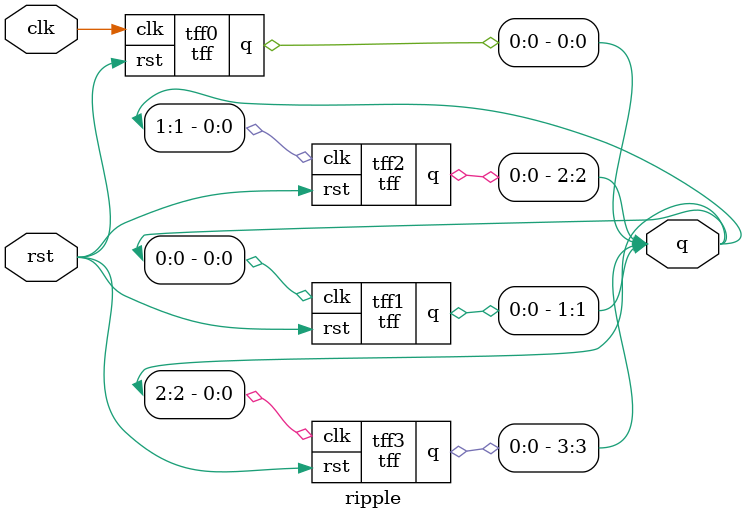
<source format=v>
module tff(q, clk, rst);
  output reg q;
  input clk, rst;
  always @(posedge rst or posedge clk)
    begin
      if (rst)
        begin
          q <= 1'b0;
        end
      else
        begin
          q <= ~q;
        end
    end
endmodule
// now for 4-bit ripple carry counter
module ripple(q, clk, rst);
  output [3:0] q;
  input clk, rst;
  tff tff0(q[0], clk, rst);
  tff tff1(q[1], q[0], rst);
  tff tff2(q[2], q[1], rst);
  tff tff3(q[3], q[2], rst);
endmodule

</source>
